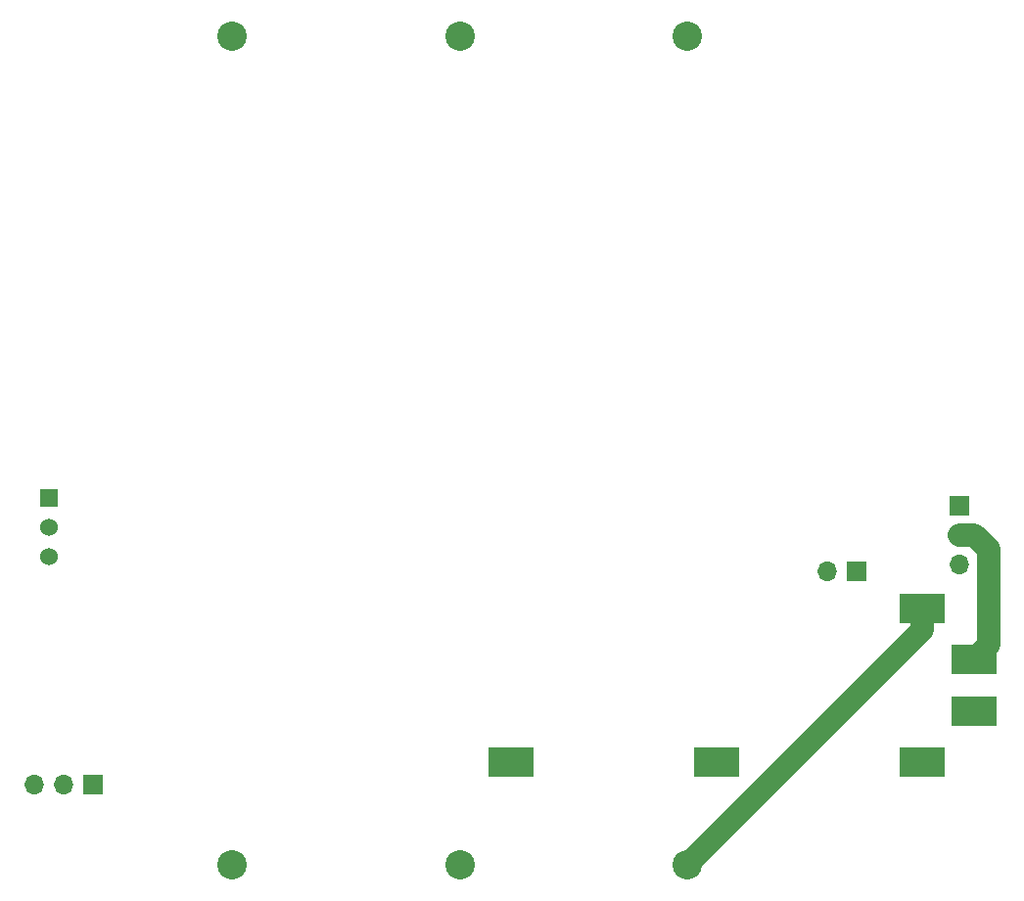
<source format=gbl>
G04 #@! TF.GenerationSoftware,KiCad,Pcbnew,(5.1.0)-1*
G04 #@! TF.CreationDate,2019-05-03T22:00:51+02:00*
G04 #@! TF.ProjectId,bigmax_hat,6269676d-6178-45f6-9861-742e6b696361,v1*
G04 #@! TF.SameCoordinates,Original*
G04 #@! TF.FileFunction,Copper,L2,Bot*
G04 #@! TF.FilePolarity,Positive*
%FSLAX46Y46*%
G04 Gerber Fmt 4.6, Leading zero omitted, Abs format (unit mm)*
G04 Created by KiCad (PCBNEW (5.1.0)-1) date 2019-05-03 22:00:51*
%MOMM*%
%LPD*%
G04 APERTURE LIST*
%ADD10O,1.700000X1.700000*%
%ADD11R,1.700000X1.700000*%
%ADD12R,1.524000X1.524000*%
%ADD13C,1.524000*%
%ADD14R,4.000000X2.560000*%
%ADD15C,2.540000*%
%ADD16C,2.000000*%
G04 APERTURE END LIST*
D10*
X184150000Y-93345000D03*
D11*
X186690000Y-93345000D03*
D10*
X115570000Y-111760000D03*
X118110000Y-111760000D03*
D11*
X120650000Y-111760000D03*
D12*
X116840000Y-86995000D03*
D13*
X116840000Y-89535000D03*
X116840000Y-92075000D03*
D14*
X196850000Y-105410000D03*
X196850000Y-100965000D03*
X156845000Y-109855000D03*
X174625000Y-109855000D03*
X192405000Y-109855000D03*
X192405000Y-96520000D03*
D15*
X132715000Y-46990000D03*
X152400000Y-46990000D03*
X172085000Y-46990000D03*
X132715000Y-118745000D03*
X172085000Y-118745000D03*
X152400000Y-118745000D03*
D10*
X195580000Y-92710000D03*
X195580000Y-90170000D03*
D11*
X195580000Y-87630000D03*
D16*
X172085000Y-118745000D02*
X192405000Y-98425000D01*
X192405000Y-98425000D02*
X192405000Y-96520000D01*
X198114990Y-99700010D02*
X196850000Y-100965000D01*
X198114990Y-91434990D02*
X198114990Y-99700010D01*
X195580000Y-90170000D02*
X196850000Y-90170000D01*
X196850000Y-90170000D02*
X198114990Y-91434990D01*
M02*

</source>
